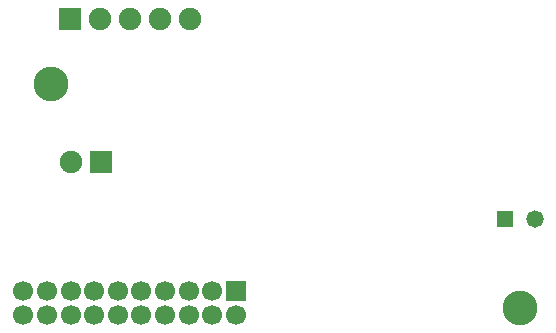
<source format=gbr>
G04 DipTrace 2.4.0.2*
%INBottomMask.gbr*%
%MOIN*%
%ADD27R,0.0669X0.0669*%
%ADD28C,0.0669*%
%ADD38C,0.116*%
%ADD57C,0.0748*%
%ADD58R,0.0748X0.0748*%
%ADD61R,0.0579X0.0579*%
%ADD63C,0.0579*%
%FSLAX44Y44*%
G04*
G70*
G90*
G75*
G01*
%LNBotMask*%
%LPD*%
D63*
X21787Y8677D3*
D61*
X20787D3*
D58*
X6307Y15337D3*
D57*
X7307D3*
X8307D3*
X9307D3*
X10307D3*
D27*
X11827Y6247D3*
D28*
X11040D3*
X10252D3*
X9465D3*
X8677D3*
X7890D3*
X7103D3*
X6315D3*
X5528D3*
X4740D3*
Y5460D3*
X5528D3*
X6315D3*
X7103D3*
X7890D3*
X8677D3*
X9465D3*
X10252D3*
X11040D3*
X11827D3*
D58*
X7327Y10567D3*
D57*
X6327D3*
D38*
X21307Y5707D3*
X5647Y13147D3*
M02*

</source>
